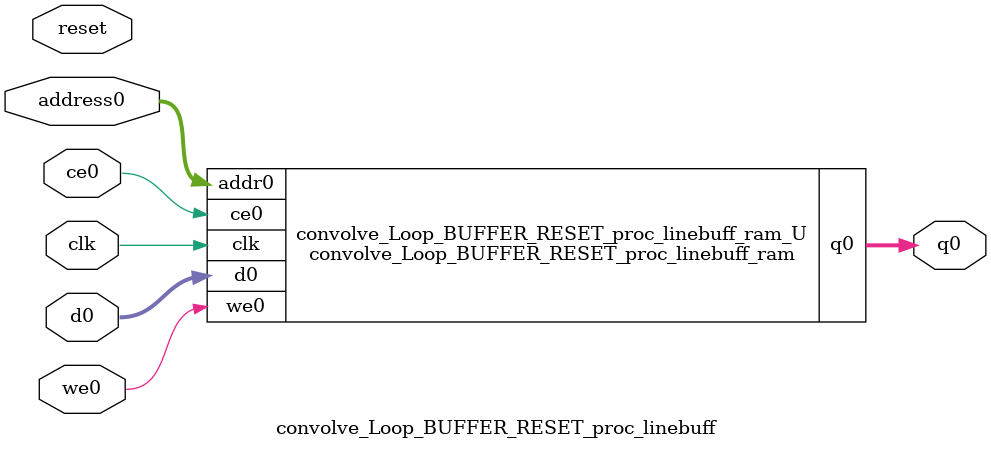
<source format=v>

`timescale 1 ns / 1 ps
module convolve_Loop_BUFFER_RESET_proc_linebuff_ram (addr0, ce0, d0, we0, q0,  clk);

parameter DWIDTH = 8;
parameter AWIDTH = 7;
parameter MEM_SIZE = 117;

input[AWIDTH-1:0] addr0;
input ce0;
input[DWIDTH-1:0] d0;
input we0;
output reg[DWIDTH-1:0] q0;
input clk;

(* ram_style = "distributed" *)reg [DWIDTH-1:0] ram[MEM_SIZE-1:0];




always @(posedge clk)  
begin 
    if (ce0) 
    begin
        if (we0) 
        begin 
            ram[addr0] <= d0; 
            q0 <= d0;
        end 
        else 
            q0 <= ram[addr0];
    end
end


endmodule


`timescale 1 ns / 1 ps
module convolve_Loop_BUFFER_RESET_proc_linebuff(
    reset,
    clk,
    address0,
    ce0,
    we0,
    d0,
    q0);

parameter DataWidth = 32'd8;
parameter AddressRange = 32'd117;
parameter AddressWidth = 32'd7;
input reset;
input clk;
input[AddressWidth - 1:0] address0;
input ce0;
input we0;
input[DataWidth - 1:0] d0;
output[DataWidth - 1:0] q0;



convolve_Loop_BUFFER_RESET_proc_linebuff_ram convolve_Loop_BUFFER_RESET_proc_linebuff_ram_U(
    .clk( clk ),
    .addr0( address0 ),
    .ce0( ce0 ),
    .d0( d0 ),
    .we0( we0 ),
    .q0( q0 ));

endmodule


</source>
